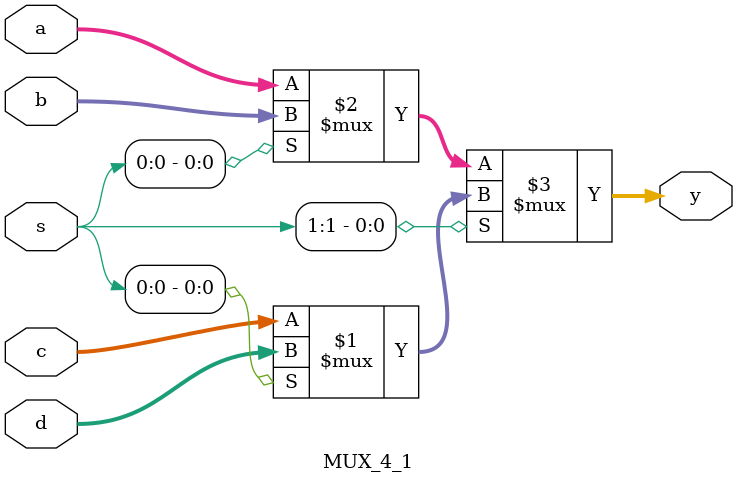
<source format=v>
`timescale 1ns / 1ps
module MUX_4_1(
	input [31:0] a,
	input [31:0] b,
	input [31:0] c,
	input [31:0] d,
	input [1:0] s,
	output [31:0] y	
);

assign y = s[1] ? (s[0] ? d : c) : (s[0] ? b : a);

endmodule

</source>
